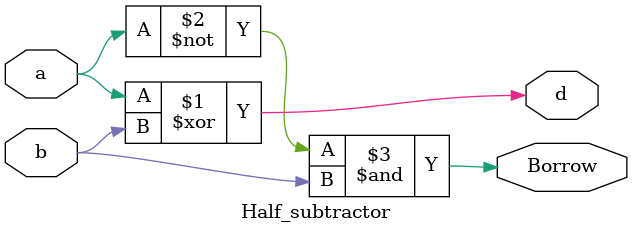
<source format=v>
`timescale 1ns / 1ps


module Half_subtractor(
    input a, b,
    output d, Borrow
    );
    
assign d = a ^ b;
assign Borrow = ~a & b;
 
endmodule

</source>
